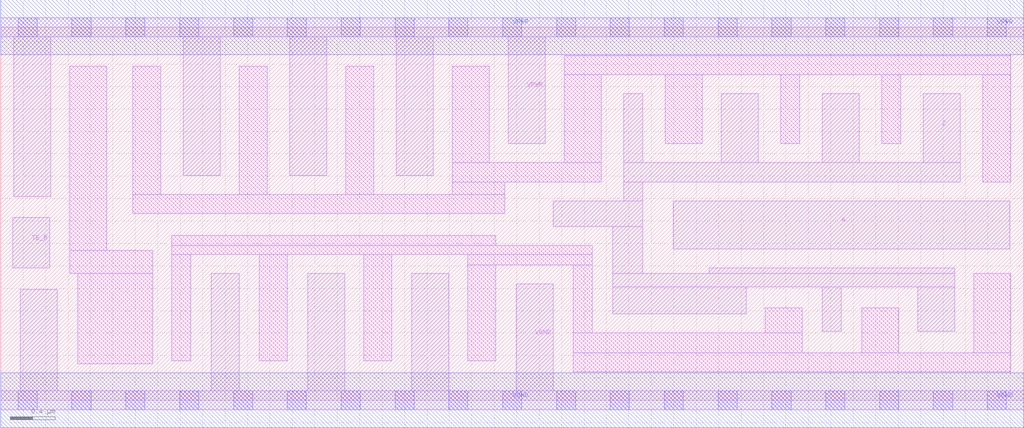
<source format=lef>
# Copyright 2020 The SkyWater PDK Authors
#
# Licensed under the Apache License, Version 2.0 (the "License");
# you may not use this file except in compliance with the License.
# You may obtain a copy of the License at
#
#     https://www.apache.org/licenses/LICENSE-2.0
#
# Unless required by applicable law or agreed to in writing, software
# distributed under the License is distributed on an "AS IS" BASIS,
# WITHOUT WARRANTIES OR CONDITIONS OF ANY KIND, either express or implied.
# See the License for the specific language governing permissions and
# limitations under the License.
#
# SPDX-License-Identifier: Apache-2.0

VERSION 5.7 ;
  NAMESCASESENSITIVE ON ;
  NOWIREEXTENSIONATPIN ON ;
  DIVIDERCHAR "/" ;
  BUSBITCHARS "[]" ;
UNITS
  DATABASE MICRONS 200 ;
END UNITS
MACRO sky130_fd_sc_ms__einvn_8
  CLASS CORE ;
  SOURCE USER ;
  FOREIGN sky130_fd_sc_ms__einvn_8 ;
  ORIGIN  0.000000  0.000000 ;
  SIZE  9.120000 BY  3.330000 ;
  SYMMETRY X Y ;
  SITE unit ;
  PIN A
    ANTENNAGATEAREA  2.500800 ;
    DIRECTION INPUT ;
    USE SIGNAL ;
    PORT
      LAYER li1 ;
        RECT 5.995000 1.350000 8.995000 1.780000 ;
    END
  END A
  PIN TE_B
    ANTENNAGATEAREA  1.925400 ;
    DIRECTION INPUT ;
    USE SIGNAL ;
    PORT
      LAYER li1 ;
        RECT 0.105000 1.180000 0.435000 1.630000 ;
    END
  END TE_B
  PIN Z
    ANTENNADIFFAREA  2.198000 ;
    DIRECTION OUTPUT ;
    USE SIGNAL ;
    PORT
      LAYER li1 ;
        RECT 4.925000 1.550000 5.725000 1.780000 ;
        RECT 5.455000 0.770000 6.645000 1.010000 ;
        RECT 5.455000 1.010000 8.505000 1.130000 ;
        RECT 5.455000 1.130000 5.725000 1.550000 ;
        RECT 5.555000 1.780000 5.725000 1.950000 ;
        RECT 5.555000 1.950000 8.555000 2.120000 ;
        RECT 5.555000 2.120000 5.725000 2.735000 ;
        RECT 6.315000 1.130000 8.505000 1.180000 ;
        RECT 6.425000 2.120000 6.755000 2.735000 ;
        RECT 7.325000 0.615000 7.495000 1.010000 ;
        RECT 7.325000 2.120000 7.655000 2.735000 ;
        RECT 8.175000 0.615000 8.505000 1.010000 ;
        RECT 8.225000 2.120000 8.555000 2.735000 ;
    END
  END Z
  PIN VGND
    DIRECTION INOUT ;
    USE GROUND ;
    PORT
      LAYER li1 ;
        RECT 0.000000 -0.085000 9.120000 0.085000 ;
        RECT 0.175000  0.085000 0.505000 0.990000 ;
        RECT 1.875000  0.085000 2.125000 1.130000 ;
        RECT 2.735000  0.085000 3.065000 1.130000 ;
        RECT 3.665000  0.085000 3.995000 1.130000 ;
        RECT 4.595000  0.085000 4.925000 1.040000 ;
      LAYER mcon ;
        RECT 0.155000 -0.085000 0.325000 0.085000 ;
        RECT 0.635000 -0.085000 0.805000 0.085000 ;
        RECT 1.115000 -0.085000 1.285000 0.085000 ;
        RECT 1.595000 -0.085000 1.765000 0.085000 ;
        RECT 2.075000 -0.085000 2.245000 0.085000 ;
        RECT 2.555000 -0.085000 2.725000 0.085000 ;
        RECT 3.035000 -0.085000 3.205000 0.085000 ;
        RECT 3.515000 -0.085000 3.685000 0.085000 ;
        RECT 3.995000 -0.085000 4.165000 0.085000 ;
        RECT 4.475000 -0.085000 4.645000 0.085000 ;
        RECT 4.955000 -0.085000 5.125000 0.085000 ;
        RECT 5.435000 -0.085000 5.605000 0.085000 ;
        RECT 5.915000 -0.085000 6.085000 0.085000 ;
        RECT 6.395000 -0.085000 6.565000 0.085000 ;
        RECT 6.875000 -0.085000 7.045000 0.085000 ;
        RECT 7.355000 -0.085000 7.525000 0.085000 ;
        RECT 7.835000 -0.085000 8.005000 0.085000 ;
        RECT 8.315000 -0.085000 8.485000 0.085000 ;
        RECT 8.795000 -0.085000 8.965000 0.085000 ;
      LAYER met1 ;
        RECT 0.000000 -0.245000 9.120000 0.245000 ;
    END
  END VGND
  PIN VPWR
    DIRECTION INOUT ;
    USE POWER ;
    PORT
      LAYER li1 ;
        RECT 0.000000 3.245000 9.120000 3.415000 ;
        RECT 0.115000 1.820000 0.445000 3.245000 ;
        RECT 1.625000 2.005000 1.955000 3.245000 ;
        RECT 2.575000 2.005000 2.905000 3.245000 ;
        RECT 3.525000 2.005000 3.855000 3.245000 ;
        RECT 4.525000 2.290000 4.855000 3.245000 ;
      LAYER mcon ;
        RECT 0.155000 3.245000 0.325000 3.415000 ;
        RECT 0.635000 3.245000 0.805000 3.415000 ;
        RECT 1.115000 3.245000 1.285000 3.415000 ;
        RECT 1.595000 3.245000 1.765000 3.415000 ;
        RECT 2.075000 3.245000 2.245000 3.415000 ;
        RECT 2.555000 3.245000 2.725000 3.415000 ;
        RECT 3.035000 3.245000 3.205000 3.415000 ;
        RECT 3.515000 3.245000 3.685000 3.415000 ;
        RECT 3.995000 3.245000 4.165000 3.415000 ;
        RECT 4.475000 3.245000 4.645000 3.415000 ;
        RECT 4.955000 3.245000 5.125000 3.415000 ;
        RECT 5.435000 3.245000 5.605000 3.415000 ;
        RECT 5.915000 3.245000 6.085000 3.415000 ;
        RECT 6.395000 3.245000 6.565000 3.415000 ;
        RECT 6.875000 3.245000 7.045000 3.415000 ;
        RECT 7.355000 3.245000 7.525000 3.415000 ;
        RECT 7.835000 3.245000 8.005000 3.415000 ;
        RECT 8.315000 3.245000 8.485000 3.415000 ;
        RECT 8.795000 3.245000 8.965000 3.415000 ;
      LAYER met1 ;
        RECT 0.000000 3.085000 9.120000 3.575000 ;
    END
  END VPWR
  OBS
    LAYER li1 ;
      RECT 0.615000 1.130000 1.355000 1.335000 ;
      RECT 0.615000 1.335000 0.945000 2.980000 ;
      RECT 0.685000 0.325000 1.355000 1.130000 ;
      RECT 1.175000 1.665000 4.495000 1.835000 ;
      RECT 1.175000 1.835000 1.425000 2.980000 ;
      RECT 1.525000 0.350000 1.695000 1.300000 ;
      RECT 1.525000 1.300000 5.275000 1.380000 ;
      RECT 1.525000 1.380000 4.415000 1.470000 ;
      RECT 2.125000 1.835000 2.375000 2.980000 ;
      RECT 2.305000 0.350000 2.555000 1.300000 ;
      RECT 3.075000 1.835000 3.325000 2.980000 ;
      RECT 3.235000 0.350000 3.485000 1.300000 ;
      RECT 4.025000 1.835000 4.495000 1.950000 ;
      RECT 4.025000 1.950000 5.355000 2.120000 ;
      RECT 4.025000 2.120000 4.355000 2.980000 ;
      RECT 4.165000 0.350000 4.415000 1.210000 ;
      RECT 4.165000 1.210000 5.275000 1.300000 ;
      RECT 5.025000 2.120000 5.355000 2.905000 ;
      RECT 5.025000 2.905000 9.005000 3.075000 ;
      RECT 5.105000 0.255000 9.005000 0.425000 ;
      RECT 5.105000 0.425000 7.145000 0.600000 ;
      RECT 5.105000 0.600000 5.275000 1.210000 ;
      RECT 5.925000 2.290000 6.255000 2.905000 ;
      RECT 6.815000 0.600000 7.145000 0.825000 ;
      RECT 6.955000 2.290000 7.125000 2.905000 ;
      RECT 7.675000 0.425000 8.005000 0.825000 ;
      RECT 7.855000 2.290000 8.025000 2.905000 ;
      RECT 8.675000 0.425000 9.005000 1.130000 ;
      RECT 8.755000 1.950000 9.005000 2.905000 ;
  END
END sky130_fd_sc_ms__einvn_8

</source>
